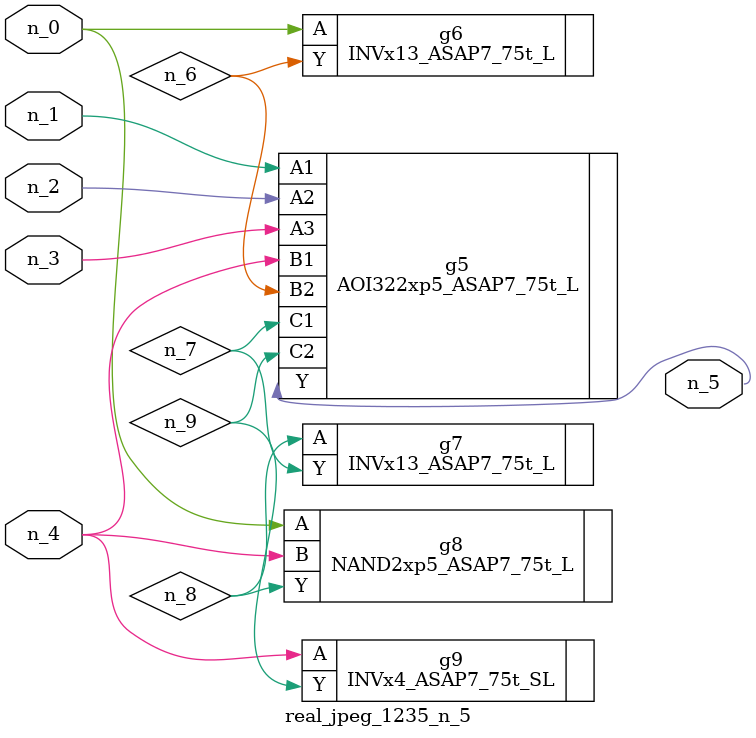
<source format=v>
module real_jpeg_1235_n_5 (n_4, n_0, n_1, n_2, n_3, n_5);

input n_4;
input n_0;
input n_1;
input n_2;
input n_3;

output n_5;

wire n_8;
wire n_6;
wire n_7;
wire n_9;

INVx13_ASAP7_75t_L g6 ( 
.A(n_0),
.Y(n_6)
);

NAND2xp5_ASAP7_75t_L g8 ( 
.A(n_0),
.B(n_4),
.Y(n_8)
);

AOI322xp5_ASAP7_75t_L g5 ( 
.A1(n_1),
.A2(n_2),
.A3(n_3),
.B1(n_4),
.B2(n_6),
.C1(n_7),
.C2(n_9),
.Y(n_5)
);

INVx4_ASAP7_75t_SL g9 ( 
.A(n_4),
.Y(n_9)
);

INVx13_ASAP7_75t_L g7 ( 
.A(n_8),
.Y(n_7)
);


endmodule
</source>
